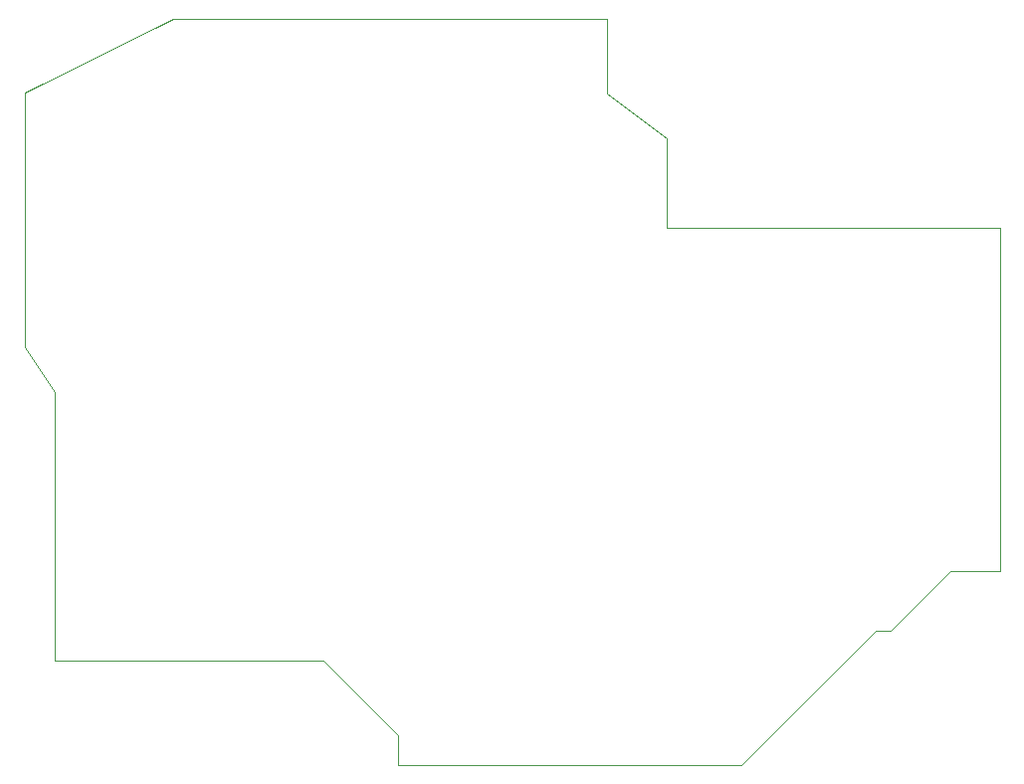
<source format=gbr>
%TF.GenerationSoftware,KiCad,Pcbnew,9.0.1*%
%TF.CreationDate,2025-05-28T17:40:13+05:30*%
%TF.ProjectId,3levelstepDownIter2,336c6576-656c-4737-9465-70446f776e49,rev?*%
%TF.SameCoordinates,Original*%
%TF.FileFunction,Profile,NP*%
%FSLAX46Y46*%
G04 Gerber Fmt 4.6, Leading zero omitted, Abs format (unit mm)*
G04 Created by KiCad (PCBNEW 9.0.1) date 2025-05-28 17:40:13*
%MOMM*%
%LPD*%
G01*
G04 APERTURE LIST*
%TA.AperFunction,Profile*%
%ADD10C,0.050000*%
%TD*%
G04 APERTURE END LIST*
D10*
X128270000Y-66040000D02*
X133350000Y-69850000D01*
X133350000Y-77470000D01*
X161690000Y-77470000D01*
X161690000Y-106680000D01*
X157480000Y-106680000D01*
X152400000Y-111760000D01*
X151130000Y-111760000D01*
X139700000Y-123190000D01*
X110490000Y-123190000D01*
X110490000Y-120650000D01*
X104140000Y-114300000D01*
X81280000Y-114300000D01*
X81280000Y-91440000D01*
X78740000Y-87630000D01*
X78740000Y-65961968D01*
X91359200Y-59690000D01*
X115570000Y-59690000D01*
X128270000Y-59690000D01*
X128270000Y-66040000D01*
M02*

</source>
